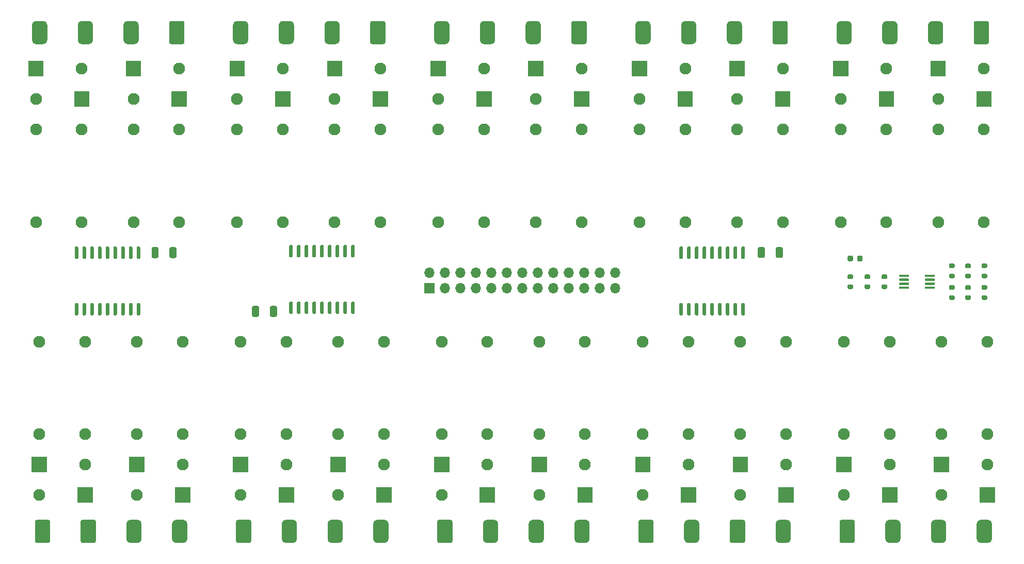
<source format=gbr>
%TF.GenerationSoftware,KiCad,Pcbnew,(5.1.10)-1*%
%TF.CreationDate,2021-10-27T16:31:34+02:00*%
%TF.ProjectId,boneIO - relay board,626f6e65-494f-4202-9d20-72656c617920,rev?*%
%TF.SameCoordinates,Original*%
%TF.FileFunction,Soldermask,Top*%
%TF.FilePolarity,Negative*%
%FSLAX46Y46*%
G04 Gerber Fmt 4.6, Leading zero omitted, Abs format (unit mm)*
G04 Created by KiCad (PCBNEW (5.1.10)-1) date 2021-10-27 16:31:34*
%MOMM*%
%LPD*%
G01*
G04 APERTURE LIST*
%ADD10C,1.950000*%
%ADD11R,2.500000X2.500000*%
%ADD12O,1.700000X1.700000*%
%ADD13R,1.700000X1.700000*%
%ADD14C,0.100000*%
G04 APERTURE END LIST*
%TO.C,C4*%
G36*
G01*
X316520000Y-310548001D02*
X316520000Y-309247999D01*
G75*
G02*
X316769999Y-308998000I249999J0D01*
G01*
X317420001Y-308998000D01*
G75*
G02*
X317670000Y-309247999I0J-249999D01*
G01*
X317670000Y-310548001D01*
G75*
G02*
X317420001Y-310798000I-249999J0D01*
G01*
X316769999Y-310798000D01*
G75*
G02*
X316520000Y-310548001I0J249999D01*
G01*
G37*
G36*
G01*
X313570000Y-310548001D02*
X313570000Y-309247999D01*
G75*
G02*
X313819999Y-308998000I249999J0D01*
G01*
X314470001Y-308998000D01*
G75*
G02*
X314720000Y-309247999I0J-249999D01*
G01*
X314720000Y-310548001D01*
G75*
G02*
X314470001Y-310798000I-249999J0D01*
G01*
X313819999Y-310798000D01*
G75*
G02*
X313570000Y-310548001I0J249999D01*
G01*
G37*
%TD*%
%TO.C,C3*%
G36*
G01*
X415980000Y-310538001D02*
X415980000Y-309237999D01*
G75*
G02*
X416229999Y-308988000I249999J0D01*
G01*
X416880001Y-308988000D01*
G75*
G02*
X417130000Y-309237999I0J-249999D01*
G01*
X417130000Y-310538001D01*
G75*
G02*
X416880001Y-310788000I-249999J0D01*
G01*
X416229999Y-310788000D01*
G75*
G02*
X415980000Y-310538001I0J249999D01*
G01*
G37*
G36*
G01*
X413030000Y-310538001D02*
X413030000Y-309237999D01*
G75*
G02*
X413279999Y-308988000I249999J0D01*
G01*
X413930001Y-308988000D01*
G75*
G02*
X414180000Y-309237999I0J-249999D01*
G01*
X414180000Y-310538001D01*
G75*
G02*
X413930001Y-310788000I-249999J0D01*
G01*
X413279999Y-310788000D01*
G75*
G02*
X413030000Y-310538001I0J249999D01*
G01*
G37*
%TD*%
%TO.C,C2*%
G36*
G01*
X331205000Y-318897999D02*
X331205000Y-320198001D01*
G75*
G02*
X330955001Y-320448000I-249999J0D01*
G01*
X330304999Y-320448000D01*
G75*
G02*
X330055000Y-320198001I0J249999D01*
G01*
X330055000Y-318897999D01*
G75*
G02*
X330304999Y-318648000I249999J0D01*
G01*
X330955001Y-318648000D01*
G75*
G02*
X331205000Y-318897999I0J-249999D01*
G01*
G37*
G36*
G01*
X334155000Y-318897999D02*
X334155000Y-320198001D01*
G75*
G02*
X333905001Y-320448000I-249999J0D01*
G01*
X333254999Y-320448000D01*
G75*
G02*
X333005000Y-320198001I0J249999D01*
G01*
X333005000Y-318897999D01*
G75*
G02*
X333254999Y-318648000I249999J0D01*
G01*
X333905001Y-318648000D01*
G75*
G02*
X334155000Y-318897999I0J-249999D01*
G01*
G37*
%TD*%
%TO.C,C1*%
G36*
G01*
X429305000Y-311118000D02*
X429305000Y-310618000D01*
G75*
G02*
X429530000Y-310393000I225000J0D01*
G01*
X429980000Y-310393000D01*
G75*
G02*
X430205000Y-310618000I0J-225000D01*
G01*
X430205000Y-311118000D01*
G75*
G02*
X429980000Y-311343000I-225000J0D01*
G01*
X429530000Y-311343000D01*
G75*
G02*
X429305000Y-311118000I0J225000D01*
G01*
G37*
G36*
G01*
X427755000Y-311118000D02*
X427755000Y-310618000D01*
G75*
G02*
X427980000Y-310393000I225000J0D01*
G01*
X428430000Y-310393000D01*
G75*
G02*
X428655000Y-310618000I0J-225000D01*
G01*
X428655000Y-311118000D01*
G75*
G02*
X428430000Y-311343000I-225000J0D01*
G01*
X427980000Y-311343000D01*
G75*
G02*
X427755000Y-311118000I0J225000D01*
G01*
G37*
%TD*%
%TO.C,U1*%
G36*
G01*
X440443000Y-313808000D02*
X440443000Y-313608000D01*
G75*
G02*
X440543000Y-313508000I100000J0D01*
G01*
X441968000Y-313508000D01*
G75*
G02*
X442068000Y-313608000I0J-100000D01*
G01*
X442068000Y-313808000D01*
G75*
G02*
X441968000Y-313908000I-100000J0D01*
G01*
X440543000Y-313908000D01*
G75*
G02*
X440443000Y-313808000I0J100000D01*
G01*
G37*
G36*
G01*
X440443000Y-314458000D02*
X440443000Y-314258000D01*
G75*
G02*
X440543000Y-314158000I100000J0D01*
G01*
X441968000Y-314158000D01*
G75*
G02*
X442068000Y-314258000I0J-100000D01*
G01*
X442068000Y-314458000D01*
G75*
G02*
X441968000Y-314558000I-100000J0D01*
G01*
X440543000Y-314558000D01*
G75*
G02*
X440443000Y-314458000I0J100000D01*
G01*
G37*
G36*
G01*
X440443000Y-315108000D02*
X440443000Y-314908000D01*
G75*
G02*
X440543000Y-314808000I100000J0D01*
G01*
X441968000Y-314808000D01*
G75*
G02*
X442068000Y-314908000I0J-100000D01*
G01*
X442068000Y-315108000D01*
G75*
G02*
X441968000Y-315208000I-100000J0D01*
G01*
X440543000Y-315208000D01*
G75*
G02*
X440443000Y-315108000I0J100000D01*
G01*
G37*
G36*
G01*
X440443000Y-315758000D02*
X440443000Y-315558000D01*
G75*
G02*
X440543000Y-315458000I100000J0D01*
G01*
X441968000Y-315458000D01*
G75*
G02*
X442068000Y-315558000I0J-100000D01*
G01*
X442068000Y-315758000D01*
G75*
G02*
X441968000Y-315858000I-100000J0D01*
G01*
X440543000Y-315858000D01*
G75*
G02*
X440443000Y-315758000I0J100000D01*
G01*
G37*
G36*
G01*
X436218000Y-315758000D02*
X436218000Y-315558000D01*
G75*
G02*
X436318000Y-315458000I100000J0D01*
G01*
X437743000Y-315458000D01*
G75*
G02*
X437843000Y-315558000I0J-100000D01*
G01*
X437843000Y-315758000D01*
G75*
G02*
X437743000Y-315858000I-100000J0D01*
G01*
X436318000Y-315858000D01*
G75*
G02*
X436218000Y-315758000I0J100000D01*
G01*
G37*
G36*
G01*
X436218000Y-315108000D02*
X436218000Y-314908000D01*
G75*
G02*
X436318000Y-314808000I100000J0D01*
G01*
X437743000Y-314808000D01*
G75*
G02*
X437843000Y-314908000I0J-100000D01*
G01*
X437843000Y-315108000D01*
G75*
G02*
X437743000Y-315208000I-100000J0D01*
G01*
X436318000Y-315208000D01*
G75*
G02*
X436218000Y-315108000I0J100000D01*
G01*
G37*
G36*
G01*
X436218000Y-314458000D02*
X436218000Y-314258000D01*
G75*
G02*
X436318000Y-314158000I100000J0D01*
G01*
X437743000Y-314158000D01*
G75*
G02*
X437843000Y-314258000I0J-100000D01*
G01*
X437843000Y-314458000D01*
G75*
G02*
X437743000Y-314558000I-100000J0D01*
G01*
X436318000Y-314558000D01*
G75*
G02*
X436218000Y-314458000I0J100000D01*
G01*
G37*
G36*
G01*
X436218000Y-313808000D02*
X436218000Y-313608000D01*
G75*
G02*
X436318000Y-313508000I100000J0D01*
G01*
X437743000Y-313508000D01*
G75*
G02*
X437843000Y-313608000I0J-100000D01*
G01*
X437843000Y-313808000D01*
G75*
G02*
X437743000Y-313908000I-100000J0D01*
G01*
X436318000Y-313908000D01*
G75*
G02*
X436218000Y-313808000I0J100000D01*
G01*
G37*
%TD*%
%TO.C,R9*%
G36*
G01*
X427946000Y-315108000D02*
X428496000Y-315108000D01*
G75*
G02*
X428696000Y-315308000I0J-200000D01*
G01*
X428696000Y-315708000D01*
G75*
G02*
X428496000Y-315908000I-200000J0D01*
G01*
X427946000Y-315908000D01*
G75*
G02*
X427746000Y-315708000I0J200000D01*
G01*
X427746000Y-315308000D01*
G75*
G02*
X427946000Y-315108000I200000J0D01*
G01*
G37*
G36*
G01*
X427946000Y-313458000D02*
X428496000Y-313458000D01*
G75*
G02*
X428696000Y-313658000I0J-200000D01*
G01*
X428696000Y-314058000D01*
G75*
G02*
X428496000Y-314258000I-200000J0D01*
G01*
X427946000Y-314258000D01*
G75*
G02*
X427746000Y-314058000I0J200000D01*
G01*
X427746000Y-313658000D01*
G75*
G02*
X427946000Y-313458000I200000J0D01*
G01*
G37*
%TD*%
%TO.C,R8*%
G36*
G01*
X433534000Y-315108000D02*
X434084000Y-315108000D01*
G75*
G02*
X434284000Y-315308000I0J-200000D01*
G01*
X434284000Y-315708000D01*
G75*
G02*
X434084000Y-315908000I-200000J0D01*
G01*
X433534000Y-315908000D01*
G75*
G02*
X433334000Y-315708000I0J200000D01*
G01*
X433334000Y-315308000D01*
G75*
G02*
X433534000Y-315108000I200000J0D01*
G01*
G37*
G36*
G01*
X433534000Y-313458000D02*
X434084000Y-313458000D01*
G75*
G02*
X434284000Y-313658000I0J-200000D01*
G01*
X434284000Y-314058000D01*
G75*
G02*
X434084000Y-314258000I-200000J0D01*
G01*
X433534000Y-314258000D01*
G75*
G02*
X433334000Y-314058000I0J200000D01*
G01*
X433334000Y-313658000D01*
G75*
G02*
X433534000Y-313458000I200000J0D01*
G01*
G37*
%TD*%
%TO.C,R7*%
G36*
G01*
X430740000Y-315108000D02*
X431290000Y-315108000D01*
G75*
G02*
X431490000Y-315308000I0J-200000D01*
G01*
X431490000Y-315708000D01*
G75*
G02*
X431290000Y-315908000I-200000J0D01*
G01*
X430740000Y-315908000D01*
G75*
G02*
X430540000Y-315708000I0J200000D01*
G01*
X430540000Y-315308000D01*
G75*
G02*
X430740000Y-315108000I200000J0D01*
G01*
G37*
G36*
G01*
X430740000Y-313458000D02*
X431290000Y-313458000D01*
G75*
G02*
X431490000Y-313658000I0J-200000D01*
G01*
X431490000Y-314058000D01*
G75*
G02*
X431290000Y-314258000I-200000J0D01*
G01*
X430740000Y-314258000D01*
G75*
G02*
X430540000Y-314058000I0J200000D01*
G01*
X430540000Y-313658000D01*
G75*
G02*
X430740000Y-313458000I200000J0D01*
G01*
G37*
%TD*%
%TO.C,R6*%
G36*
G01*
X449917000Y-316886000D02*
X450467000Y-316886000D01*
G75*
G02*
X450667000Y-317086000I0J-200000D01*
G01*
X450667000Y-317486000D01*
G75*
G02*
X450467000Y-317686000I-200000J0D01*
G01*
X449917000Y-317686000D01*
G75*
G02*
X449717000Y-317486000I0J200000D01*
G01*
X449717000Y-317086000D01*
G75*
G02*
X449917000Y-316886000I200000J0D01*
G01*
G37*
G36*
G01*
X449917000Y-315236000D02*
X450467000Y-315236000D01*
G75*
G02*
X450667000Y-315436000I0J-200000D01*
G01*
X450667000Y-315836000D01*
G75*
G02*
X450467000Y-316036000I-200000J0D01*
G01*
X449917000Y-316036000D01*
G75*
G02*
X449717000Y-315836000I0J200000D01*
G01*
X449717000Y-315436000D01*
G75*
G02*
X449917000Y-315236000I200000J0D01*
G01*
G37*
%TD*%
%TO.C,R5*%
G36*
G01*
X449917000Y-313330000D02*
X450467000Y-313330000D01*
G75*
G02*
X450667000Y-313530000I0J-200000D01*
G01*
X450667000Y-313930000D01*
G75*
G02*
X450467000Y-314130000I-200000J0D01*
G01*
X449917000Y-314130000D01*
G75*
G02*
X449717000Y-313930000I0J200000D01*
G01*
X449717000Y-313530000D01*
G75*
G02*
X449917000Y-313330000I200000J0D01*
G01*
G37*
G36*
G01*
X449917000Y-311680000D02*
X450467000Y-311680000D01*
G75*
G02*
X450667000Y-311880000I0J-200000D01*
G01*
X450667000Y-312280000D01*
G75*
G02*
X450467000Y-312480000I-200000J0D01*
G01*
X449917000Y-312480000D01*
G75*
G02*
X449717000Y-312280000I0J200000D01*
G01*
X449717000Y-311880000D01*
G75*
G02*
X449917000Y-311680000I200000J0D01*
G01*
G37*
%TD*%
%TO.C,R4*%
G36*
G01*
X447250000Y-316886000D02*
X447800000Y-316886000D01*
G75*
G02*
X448000000Y-317086000I0J-200000D01*
G01*
X448000000Y-317486000D01*
G75*
G02*
X447800000Y-317686000I-200000J0D01*
G01*
X447250000Y-317686000D01*
G75*
G02*
X447050000Y-317486000I0J200000D01*
G01*
X447050000Y-317086000D01*
G75*
G02*
X447250000Y-316886000I200000J0D01*
G01*
G37*
G36*
G01*
X447250000Y-315236000D02*
X447800000Y-315236000D01*
G75*
G02*
X448000000Y-315436000I0J-200000D01*
G01*
X448000000Y-315836000D01*
G75*
G02*
X447800000Y-316036000I-200000J0D01*
G01*
X447250000Y-316036000D01*
G75*
G02*
X447050000Y-315836000I0J200000D01*
G01*
X447050000Y-315436000D01*
G75*
G02*
X447250000Y-315236000I200000J0D01*
G01*
G37*
%TD*%
%TO.C,R3*%
G36*
G01*
X447250000Y-313330000D02*
X447800000Y-313330000D01*
G75*
G02*
X448000000Y-313530000I0J-200000D01*
G01*
X448000000Y-313930000D01*
G75*
G02*
X447800000Y-314130000I-200000J0D01*
G01*
X447250000Y-314130000D01*
G75*
G02*
X447050000Y-313930000I0J200000D01*
G01*
X447050000Y-313530000D01*
G75*
G02*
X447250000Y-313330000I200000J0D01*
G01*
G37*
G36*
G01*
X447250000Y-311680000D02*
X447800000Y-311680000D01*
G75*
G02*
X448000000Y-311880000I0J-200000D01*
G01*
X448000000Y-312280000D01*
G75*
G02*
X447800000Y-312480000I-200000J0D01*
G01*
X447250000Y-312480000D01*
G75*
G02*
X447050000Y-312280000I0J200000D01*
G01*
X447050000Y-311880000D01*
G75*
G02*
X447250000Y-311680000I200000J0D01*
G01*
G37*
%TD*%
%TO.C,R2*%
G36*
G01*
X444583000Y-316886000D02*
X445133000Y-316886000D01*
G75*
G02*
X445333000Y-317086000I0J-200000D01*
G01*
X445333000Y-317486000D01*
G75*
G02*
X445133000Y-317686000I-200000J0D01*
G01*
X444583000Y-317686000D01*
G75*
G02*
X444383000Y-317486000I0J200000D01*
G01*
X444383000Y-317086000D01*
G75*
G02*
X444583000Y-316886000I200000J0D01*
G01*
G37*
G36*
G01*
X444583000Y-315236000D02*
X445133000Y-315236000D01*
G75*
G02*
X445333000Y-315436000I0J-200000D01*
G01*
X445333000Y-315836000D01*
G75*
G02*
X445133000Y-316036000I-200000J0D01*
G01*
X444583000Y-316036000D01*
G75*
G02*
X444383000Y-315836000I0J200000D01*
G01*
X444383000Y-315436000D01*
G75*
G02*
X444583000Y-315236000I200000J0D01*
G01*
G37*
%TD*%
%TO.C,R1*%
G36*
G01*
X444583000Y-313330000D02*
X445133000Y-313330000D01*
G75*
G02*
X445333000Y-313530000I0J-200000D01*
G01*
X445333000Y-313930000D01*
G75*
G02*
X445133000Y-314130000I-200000J0D01*
G01*
X444583000Y-314130000D01*
G75*
G02*
X444383000Y-313930000I0J200000D01*
G01*
X444383000Y-313530000D01*
G75*
G02*
X444583000Y-313330000I200000J0D01*
G01*
G37*
G36*
G01*
X444583000Y-311680000D02*
X445133000Y-311680000D01*
G75*
G02*
X445333000Y-311880000I0J-200000D01*
G01*
X445333000Y-312280000D01*
G75*
G02*
X445133000Y-312480000I-200000J0D01*
G01*
X444583000Y-312480000D01*
G75*
G02*
X444383000Y-312280000I0J200000D01*
G01*
X444383000Y-311880000D01*
G75*
G02*
X444583000Y-311680000I200000J0D01*
G01*
G37*
%TD*%
D10*
%TO.C,K1*%
X302665000Y-324508000D03*
X295165000Y-324508000D03*
D11*
X302665000Y-349708000D03*
D10*
X302665000Y-339708000D03*
X302665000Y-344708000D03*
X295165000Y-349708000D03*
X295165000Y-339708000D03*
D11*
X295165000Y-344708000D03*
%TD*%
D12*
%TO.C,J3*%
X389620000Y-313168000D03*
X389620000Y-315708000D03*
X387080000Y-313168000D03*
X387080000Y-315708000D03*
X384540000Y-313168000D03*
X384540000Y-315708000D03*
X382000000Y-313168000D03*
X382000000Y-315708000D03*
X379460000Y-313168000D03*
X379460000Y-315708000D03*
X376920000Y-313168000D03*
X376920000Y-315708000D03*
X374380000Y-313168000D03*
X374380000Y-315708000D03*
X371840000Y-313168000D03*
X371840000Y-315708000D03*
X369300000Y-313168000D03*
X369300000Y-315708000D03*
X366760000Y-313168000D03*
X366760000Y-315708000D03*
X364220000Y-313168000D03*
X364220000Y-315708000D03*
X361680000Y-313168000D03*
X361680000Y-315708000D03*
X359140000Y-313168000D03*
D13*
X359140000Y-315708000D03*
%TD*%
D10*
%TO.C,K2*%
X318665000Y-324508000D03*
X311165000Y-324508000D03*
D11*
X318665000Y-349708000D03*
D10*
X318665000Y-339708000D03*
X318665000Y-344708000D03*
X311165000Y-349708000D03*
X311165000Y-339708000D03*
D11*
X311165000Y-344708000D03*
%TD*%
D10*
%TO.C,K18*%
X409615000Y-304883000D03*
X417115000Y-304883000D03*
D14*
G36*
X410865000Y-278433000D02*
G01*
X410865000Y-280933000D01*
X408365000Y-280933000D01*
X408365000Y-278433000D01*
X410865000Y-278433000D01*
G37*
D10*
X409615000Y-289683000D03*
X409615000Y-284683000D03*
X417115000Y-279683000D03*
X417115000Y-289683000D03*
D14*
G36*
X418365000Y-283433000D02*
G01*
X418365000Y-285933000D01*
X415865000Y-285933000D01*
X415865000Y-283433000D01*
X418365000Y-283433000D01*
G37*
%TD*%
%TO.C,U4*%
G36*
G01*
X400610000Y-310933000D02*
X400310000Y-310933000D01*
G75*
G02*
X400160000Y-310783000I0J150000D01*
G01*
X400160000Y-309033000D01*
G75*
G02*
X400310000Y-308883000I150000J0D01*
G01*
X400610000Y-308883000D01*
G75*
G02*
X400760000Y-309033000I0J-150000D01*
G01*
X400760000Y-310783000D01*
G75*
G02*
X400610000Y-310933000I-150000J0D01*
G01*
G37*
G36*
G01*
X401880000Y-310933000D02*
X401580000Y-310933000D01*
G75*
G02*
X401430000Y-310783000I0J150000D01*
G01*
X401430000Y-309033000D01*
G75*
G02*
X401580000Y-308883000I150000J0D01*
G01*
X401880000Y-308883000D01*
G75*
G02*
X402030000Y-309033000I0J-150000D01*
G01*
X402030000Y-310783000D01*
G75*
G02*
X401880000Y-310933000I-150000J0D01*
G01*
G37*
G36*
G01*
X403150000Y-310933000D02*
X402850000Y-310933000D01*
G75*
G02*
X402700000Y-310783000I0J150000D01*
G01*
X402700000Y-309033000D01*
G75*
G02*
X402850000Y-308883000I150000J0D01*
G01*
X403150000Y-308883000D01*
G75*
G02*
X403300000Y-309033000I0J-150000D01*
G01*
X403300000Y-310783000D01*
G75*
G02*
X403150000Y-310933000I-150000J0D01*
G01*
G37*
G36*
G01*
X404420000Y-310933000D02*
X404120000Y-310933000D01*
G75*
G02*
X403970000Y-310783000I0J150000D01*
G01*
X403970000Y-309033000D01*
G75*
G02*
X404120000Y-308883000I150000J0D01*
G01*
X404420000Y-308883000D01*
G75*
G02*
X404570000Y-309033000I0J-150000D01*
G01*
X404570000Y-310783000D01*
G75*
G02*
X404420000Y-310933000I-150000J0D01*
G01*
G37*
G36*
G01*
X405690000Y-310933000D02*
X405390000Y-310933000D01*
G75*
G02*
X405240000Y-310783000I0J150000D01*
G01*
X405240000Y-309033000D01*
G75*
G02*
X405390000Y-308883000I150000J0D01*
G01*
X405690000Y-308883000D01*
G75*
G02*
X405840000Y-309033000I0J-150000D01*
G01*
X405840000Y-310783000D01*
G75*
G02*
X405690000Y-310933000I-150000J0D01*
G01*
G37*
G36*
G01*
X406960000Y-310933000D02*
X406660000Y-310933000D01*
G75*
G02*
X406510000Y-310783000I0J150000D01*
G01*
X406510000Y-309033000D01*
G75*
G02*
X406660000Y-308883000I150000J0D01*
G01*
X406960000Y-308883000D01*
G75*
G02*
X407110000Y-309033000I0J-150000D01*
G01*
X407110000Y-310783000D01*
G75*
G02*
X406960000Y-310933000I-150000J0D01*
G01*
G37*
G36*
G01*
X408230000Y-310933000D02*
X407930000Y-310933000D01*
G75*
G02*
X407780000Y-310783000I0J150000D01*
G01*
X407780000Y-309033000D01*
G75*
G02*
X407930000Y-308883000I150000J0D01*
G01*
X408230000Y-308883000D01*
G75*
G02*
X408380000Y-309033000I0J-150000D01*
G01*
X408380000Y-310783000D01*
G75*
G02*
X408230000Y-310933000I-150000J0D01*
G01*
G37*
G36*
G01*
X409500000Y-310933000D02*
X409200000Y-310933000D01*
G75*
G02*
X409050000Y-310783000I0J150000D01*
G01*
X409050000Y-309033000D01*
G75*
G02*
X409200000Y-308883000I150000J0D01*
G01*
X409500000Y-308883000D01*
G75*
G02*
X409650000Y-309033000I0J-150000D01*
G01*
X409650000Y-310783000D01*
G75*
G02*
X409500000Y-310933000I-150000J0D01*
G01*
G37*
G36*
G01*
X410770000Y-310933000D02*
X410470000Y-310933000D01*
G75*
G02*
X410320000Y-310783000I0J150000D01*
G01*
X410320000Y-309033000D01*
G75*
G02*
X410470000Y-308883000I150000J0D01*
G01*
X410770000Y-308883000D01*
G75*
G02*
X410920000Y-309033000I0J-150000D01*
G01*
X410920000Y-310783000D01*
G75*
G02*
X410770000Y-310933000I-150000J0D01*
G01*
G37*
G36*
G01*
X410770000Y-320233000D02*
X410470000Y-320233000D01*
G75*
G02*
X410320000Y-320083000I0J150000D01*
G01*
X410320000Y-318333000D01*
G75*
G02*
X410470000Y-318183000I150000J0D01*
G01*
X410770000Y-318183000D01*
G75*
G02*
X410920000Y-318333000I0J-150000D01*
G01*
X410920000Y-320083000D01*
G75*
G02*
X410770000Y-320233000I-150000J0D01*
G01*
G37*
G36*
G01*
X409500000Y-320233000D02*
X409200000Y-320233000D01*
G75*
G02*
X409050000Y-320083000I0J150000D01*
G01*
X409050000Y-318333000D01*
G75*
G02*
X409200000Y-318183000I150000J0D01*
G01*
X409500000Y-318183000D01*
G75*
G02*
X409650000Y-318333000I0J-150000D01*
G01*
X409650000Y-320083000D01*
G75*
G02*
X409500000Y-320233000I-150000J0D01*
G01*
G37*
G36*
G01*
X408230000Y-320233000D02*
X407930000Y-320233000D01*
G75*
G02*
X407780000Y-320083000I0J150000D01*
G01*
X407780000Y-318333000D01*
G75*
G02*
X407930000Y-318183000I150000J0D01*
G01*
X408230000Y-318183000D01*
G75*
G02*
X408380000Y-318333000I0J-150000D01*
G01*
X408380000Y-320083000D01*
G75*
G02*
X408230000Y-320233000I-150000J0D01*
G01*
G37*
G36*
G01*
X406960000Y-320233000D02*
X406660000Y-320233000D01*
G75*
G02*
X406510000Y-320083000I0J150000D01*
G01*
X406510000Y-318333000D01*
G75*
G02*
X406660000Y-318183000I150000J0D01*
G01*
X406960000Y-318183000D01*
G75*
G02*
X407110000Y-318333000I0J-150000D01*
G01*
X407110000Y-320083000D01*
G75*
G02*
X406960000Y-320233000I-150000J0D01*
G01*
G37*
G36*
G01*
X405690000Y-320233000D02*
X405390000Y-320233000D01*
G75*
G02*
X405240000Y-320083000I0J150000D01*
G01*
X405240000Y-318333000D01*
G75*
G02*
X405390000Y-318183000I150000J0D01*
G01*
X405690000Y-318183000D01*
G75*
G02*
X405840000Y-318333000I0J-150000D01*
G01*
X405840000Y-320083000D01*
G75*
G02*
X405690000Y-320233000I-150000J0D01*
G01*
G37*
G36*
G01*
X404420000Y-320233000D02*
X404120000Y-320233000D01*
G75*
G02*
X403970000Y-320083000I0J150000D01*
G01*
X403970000Y-318333000D01*
G75*
G02*
X404120000Y-318183000I150000J0D01*
G01*
X404420000Y-318183000D01*
G75*
G02*
X404570000Y-318333000I0J-150000D01*
G01*
X404570000Y-320083000D01*
G75*
G02*
X404420000Y-320233000I-150000J0D01*
G01*
G37*
G36*
G01*
X403150000Y-320233000D02*
X402850000Y-320233000D01*
G75*
G02*
X402700000Y-320083000I0J150000D01*
G01*
X402700000Y-318333000D01*
G75*
G02*
X402850000Y-318183000I150000J0D01*
G01*
X403150000Y-318183000D01*
G75*
G02*
X403300000Y-318333000I0J-150000D01*
G01*
X403300000Y-320083000D01*
G75*
G02*
X403150000Y-320233000I-150000J0D01*
G01*
G37*
G36*
G01*
X401880000Y-320233000D02*
X401580000Y-320233000D01*
G75*
G02*
X401430000Y-320083000I0J150000D01*
G01*
X401430000Y-318333000D01*
G75*
G02*
X401580000Y-318183000I150000J0D01*
G01*
X401880000Y-318183000D01*
G75*
G02*
X402030000Y-318333000I0J-150000D01*
G01*
X402030000Y-320083000D01*
G75*
G02*
X401880000Y-320233000I-150000J0D01*
G01*
G37*
G36*
G01*
X400610000Y-320233000D02*
X400310000Y-320233000D01*
G75*
G02*
X400160000Y-320083000I0J150000D01*
G01*
X400160000Y-318333000D01*
G75*
G02*
X400310000Y-318183000I150000J0D01*
G01*
X400610000Y-318183000D01*
G75*
G02*
X400760000Y-318333000I0J-150000D01*
G01*
X400760000Y-320083000D01*
G75*
G02*
X400610000Y-320233000I-150000J0D01*
G01*
G37*
%TD*%
%TO.C,U3*%
G36*
G01*
X346470000Y-317933000D02*
X346770000Y-317933000D01*
G75*
G02*
X346920000Y-318083000I0J-150000D01*
G01*
X346920000Y-319833000D01*
G75*
G02*
X346770000Y-319983000I-150000J0D01*
G01*
X346470000Y-319983000D01*
G75*
G02*
X346320000Y-319833000I0J150000D01*
G01*
X346320000Y-318083000D01*
G75*
G02*
X346470000Y-317933000I150000J0D01*
G01*
G37*
G36*
G01*
X345200000Y-317933000D02*
X345500000Y-317933000D01*
G75*
G02*
X345650000Y-318083000I0J-150000D01*
G01*
X345650000Y-319833000D01*
G75*
G02*
X345500000Y-319983000I-150000J0D01*
G01*
X345200000Y-319983000D01*
G75*
G02*
X345050000Y-319833000I0J150000D01*
G01*
X345050000Y-318083000D01*
G75*
G02*
X345200000Y-317933000I150000J0D01*
G01*
G37*
G36*
G01*
X343930000Y-317933000D02*
X344230000Y-317933000D01*
G75*
G02*
X344380000Y-318083000I0J-150000D01*
G01*
X344380000Y-319833000D01*
G75*
G02*
X344230000Y-319983000I-150000J0D01*
G01*
X343930000Y-319983000D01*
G75*
G02*
X343780000Y-319833000I0J150000D01*
G01*
X343780000Y-318083000D01*
G75*
G02*
X343930000Y-317933000I150000J0D01*
G01*
G37*
G36*
G01*
X342660000Y-317933000D02*
X342960000Y-317933000D01*
G75*
G02*
X343110000Y-318083000I0J-150000D01*
G01*
X343110000Y-319833000D01*
G75*
G02*
X342960000Y-319983000I-150000J0D01*
G01*
X342660000Y-319983000D01*
G75*
G02*
X342510000Y-319833000I0J150000D01*
G01*
X342510000Y-318083000D01*
G75*
G02*
X342660000Y-317933000I150000J0D01*
G01*
G37*
G36*
G01*
X341390000Y-317933000D02*
X341690000Y-317933000D01*
G75*
G02*
X341840000Y-318083000I0J-150000D01*
G01*
X341840000Y-319833000D01*
G75*
G02*
X341690000Y-319983000I-150000J0D01*
G01*
X341390000Y-319983000D01*
G75*
G02*
X341240000Y-319833000I0J150000D01*
G01*
X341240000Y-318083000D01*
G75*
G02*
X341390000Y-317933000I150000J0D01*
G01*
G37*
G36*
G01*
X340120000Y-317933000D02*
X340420000Y-317933000D01*
G75*
G02*
X340570000Y-318083000I0J-150000D01*
G01*
X340570000Y-319833000D01*
G75*
G02*
X340420000Y-319983000I-150000J0D01*
G01*
X340120000Y-319983000D01*
G75*
G02*
X339970000Y-319833000I0J150000D01*
G01*
X339970000Y-318083000D01*
G75*
G02*
X340120000Y-317933000I150000J0D01*
G01*
G37*
G36*
G01*
X338850000Y-317933000D02*
X339150000Y-317933000D01*
G75*
G02*
X339300000Y-318083000I0J-150000D01*
G01*
X339300000Y-319833000D01*
G75*
G02*
X339150000Y-319983000I-150000J0D01*
G01*
X338850000Y-319983000D01*
G75*
G02*
X338700000Y-319833000I0J150000D01*
G01*
X338700000Y-318083000D01*
G75*
G02*
X338850000Y-317933000I150000J0D01*
G01*
G37*
G36*
G01*
X337580000Y-317933000D02*
X337880000Y-317933000D01*
G75*
G02*
X338030000Y-318083000I0J-150000D01*
G01*
X338030000Y-319833000D01*
G75*
G02*
X337880000Y-319983000I-150000J0D01*
G01*
X337580000Y-319983000D01*
G75*
G02*
X337430000Y-319833000I0J150000D01*
G01*
X337430000Y-318083000D01*
G75*
G02*
X337580000Y-317933000I150000J0D01*
G01*
G37*
G36*
G01*
X336310000Y-317933000D02*
X336610000Y-317933000D01*
G75*
G02*
X336760000Y-318083000I0J-150000D01*
G01*
X336760000Y-319833000D01*
G75*
G02*
X336610000Y-319983000I-150000J0D01*
G01*
X336310000Y-319983000D01*
G75*
G02*
X336160000Y-319833000I0J150000D01*
G01*
X336160000Y-318083000D01*
G75*
G02*
X336310000Y-317933000I150000J0D01*
G01*
G37*
G36*
G01*
X336310000Y-308633000D02*
X336610000Y-308633000D01*
G75*
G02*
X336760000Y-308783000I0J-150000D01*
G01*
X336760000Y-310533000D01*
G75*
G02*
X336610000Y-310683000I-150000J0D01*
G01*
X336310000Y-310683000D01*
G75*
G02*
X336160000Y-310533000I0J150000D01*
G01*
X336160000Y-308783000D01*
G75*
G02*
X336310000Y-308633000I150000J0D01*
G01*
G37*
G36*
G01*
X337580000Y-308633000D02*
X337880000Y-308633000D01*
G75*
G02*
X338030000Y-308783000I0J-150000D01*
G01*
X338030000Y-310533000D01*
G75*
G02*
X337880000Y-310683000I-150000J0D01*
G01*
X337580000Y-310683000D01*
G75*
G02*
X337430000Y-310533000I0J150000D01*
G01*
X337430000Y-308783000D01*
G75*
G02*
X337580000Y-308633000I150000J0D01*
G01*
G37*
G36*
G01*
X338850000Y-308633000D02*
X339150000Y-308633000D01*
G75*
G02*
X339300000Y-308783000I0J-150000D01*
G01*
X339300000Y-310533000D01*
G75*
G02*
X339150000Y-310683000I-150000J0D01*
G01*
X338850000Y-310683000D01*
G75*
G02*
X338700000Y-310533000I0J150000D01*
G01*
X338700000Y-308783000D01*
G75*
G02*
X338850000Y-308633000I150000J0D01*
G01*
G37*
G36*
G01*
X340120000Y-308633000D02*
X340420000Y-308633000D01*
G75*
G02*
X340570000Y-308783000I0J-150000D01*
G01*
X340570000Y-310533000D01*
G75*
G02*
X340420000Y-310683000I-150000J0D01*
G01*
X340120000Y-310683000D01*
G75*
G02*
X339970000Y-310533000I0J150000D01*
G01*
X339970000Y-308783000D01*
G75*
G02*
X340120000Y-308633000I150000J0D01*
G01*
G37*
G36*
G01*
X341390000Y-308633000D02*
X341690000Y-308633000D01*
G75*
G02*
X341840000Y-308783000I0J-150000D01*
G01*
X341840000Y-310533000D01*
G75*
G02*
X341690000Y-310683000I-150000J0D01*
G01*
X341390000Y-310683000D01*
G75*
G02*
X341240000Y-310533000I0J150000D01*
G01*
X341240000Y-308783000D01*
G75*
G02*
X341390000Y-308633000I150000J0D01*
G01*
G37*
G36*
G01*
X342660000Y-308633000D02*
X342960000Y-308633000D01*
G75*
G02*
X343110000Y-308783000I0J-150000D01*
G01*
X343110000Y-310533000D01*
G75*
G02*
X342960000Y-310683000I-150000J0D01*
G01*
X342660000Y-310683000D01*
G75*
G02*
X342510000Y-310533000I0J150000D01*
G01*
X342510000Y-308783000D01*
G75*
G02*
X342660000Y-308633000I150000J0D01*
G01*
G37*
G36*
G01*
X343930000Y-308633000D02*
X344230000Y-308633000D01*
G75*
G02*
X344380000Y-308783000I0J-150000D01*
G01*
X344380000Y-310533000D01*
G75*
G02*
X344230000Y-310683000I-150000J0D01*
G01*
X343930000Y-310683000D01*
G75*
G02*
X343780000Y-310533000I0J150000D01*
G01*
X343780000Y-308783000D01*
G75*
G02*
X343930000Y-308633000I150000J0D01*
G01*
G37*
G36*
G01*
X345200000Y-308633000D02*
X345500000Y-308633000D01*
G75*
G02*
X345650000Y-308783000I0J-150000D01*
G01*
X345650000Y-310533000D01*
G75*
G02*
X345500000Y-310683000I-150000J0D01*
G01*
X345200000Y-310683000D01*
G75*
G02*
X345050000Y-310533000I0J150000D01*
G01*
X345050000Y-308783000D01*
G75*
G02*
X345200000Y-308633000I150000J0D01*
G01*
G37*
G36*
G01*
X346470000Y-308633000D02*
X346770000Y-308633000D01*
G75*
G02*
X346920000Y-308783000I0J-150000D01*
G01*
X346920000Y-310533000D01*
G75*
G02*
X346770000Y-310683000I-150000J0D01*
G01*
X346470000Y-310683000D01*
G75*
G02*
X346320000Y-310533000I0J150000D01*
G01*
X346320000Y-308783000D01*
G75*
G02*
X346470000Y-308633000I150000J0D01*
G01*
G37*
%TD*%
%TO.C,U2*%
G36*
G01*
X301410000Y-310933000D02*
X301110000Y-310933000D01*
G75*
G02*
X300960000Y-310783000I0J150000D01*
G01*
X300960000Y-309033000D01*
G75*
G02*
X301110000Y-308883000I150000J0D01*
G01*
X301410000Y-308883000D01*
G75*
G02*
X301560000Y-309033000I0J-150000D01*
G01*
X301560000Y-310783000D01*
G75*
G02*
X301410000Y-310933000I-150000J0D01*
G01*
G37*
G36*
G01*
X302680000Y-310933000D02*
X302380000Y-310933000D01*
G75*
G02*
X302230000Y-310783000I0J150000D01*
G01*
X302230000Y-309033000D01*
G75*
G02*
X302380000Y-308883000I150000J0D01*
G01*
X302680000Y-308883000D01*
G75*
G02*
X302830000Y-309033000I0J-150000D01*
G01*
X302830000Y-310783000D01*
G75*
G02*
X302680000Y-310933000I-150000J0D01*
G01*
G37*
G36*
G01*
X303950000Y-310933000D02*
X303650000Y-310933000D01*
G75*
G02*
X303500000Y-310783000I0J150000D01*
G01*
X303500000Y-309033000D01*
G75*
G02*
X303650000Y-308883000I150000J0D01*
G01*
X303950000Y-308883000D01*
G75*
G02*
X304100000Y-309033000I0J-150000D01*
G01*
X304100000Y-310783000D01*
G75*
G02*
X303950000Y-310933000I-150000J0D01*
G01*
G37*
G36*
G01*
X305220000Y-310933000D02*
X304920000Y-310933000D01*
G75*
G02*
X304770000Y-310783000I0J150000D01*
G01*
X304770000Y-309033000D01*
G75*
G02*
X304920000Y-308883000I150000J0D01*
G01*
X305220000Y-308883000D01*
G75*
G02*
X305370000Y-309033000I0J-150000D01*
G01*
X305370000Y-310783000D01*
G75*
G02*
X305220000Y-310933000I-150000J0D01*
G01*
G37*
G36*
G01*
X306490000Y-310933000D02*
X306190000Y-310933000D01*
G75*
G02*
X306040000Y-310783000I0J150000D01*
G01*
X306040000Y-309033000D01*
G75*
G02*
X306190000Y-308883000I150000J0D01*
G01*
X306490000Y-308883000D01*
G75*
G02*
X306640000Y-309033000I0J-150000D01*
G01*
X306640000Y-310783000D01*
G75*
G02*
X306490000Y-310933000I-150000J0D01*
G01*
G37*
G36*
G01*
X307760000Y-310933000D02*
X307460000Y-310933000D01*
G75*
G02*
X307310000Y-310783000I0J150000D01*
G01*
X307310000Y-309033000D01*
G75*
G02*
X307460000Y-308883000I150000J0D01*
G01*
X307760000Y-308883000D01*
G75*
G02*
X307910000Y-309033000I0J-150000D01*
G01*
X307910000Y-310783000D01*
G75*
G02*
X307760000Y-310933000I-150000J0D01*
G01*
G37*
G36*
G01*
X309030000Y-310933000D02*
X308730000Y-310933000D01*
G75*
G02*
X308580000Y-310783000I0J150000D01*
G01*
X308580000Y-309033000D01*
G75*
G02*
X308730000Y-308883000I150000J0D01*
G01*
X309030000Y-308883000D01*
G75*
G02*
X309180000Y-309033000I0J-150000D01*
G01*
X309180000Y-310783000D01*
G75*
G02*
X309030000Y-310933000I-150000J0D01*
G01*
G37*
G36*
G01*
X310300000Y-310933000D02*
X310000000Y-310933000D01*
G75*
G02*
X309850000Y-310783000I0J150000D01*
G01*
X309850000Y-309033000D01*
G75*
G02*
X310000000Y-308883000I150000J0D01*
G01*
X310300000Y-308883000D01*
G75*
G02*
X310450000Y-309033000I0J-150000D01*
G01*
X310450000Y-310783000D01*
G75*
G02*
X310300000Y-310933000I-150000J0D01*
G01*
G37*
G36*
G01*
X311570000Y-310933000D02*
X311270000Y-310933000D01*
G75*
G02*
X311120000Y-310783000I0J150000D01*
G01*
X311120000Y-309033000D01*
G75*
G02*
X311270000Y-308883000I150000J0D01*
G01*
X311570000Y-308883000D01*
G75*
G02*
X311720000Y-309033000I0J-150000D01*
G01*
X311720000Y-310783000D01*
G75*
G02*
X311570000Y-310933000I-150000J0D01*
G01*
G37*
G36*
G01*
X311570000Y-320233000D02*
X311270000Y-320233000D01*
G75*
G02*
X311120000Y-320083000I0J150000D01*
G01*
X311120000Y-318333000D01*
G75*
G02*
X311270000Y-318183000I150000J0D01*
G01*
X311570000Y-318183000D01*
G75*
G02*
X311720000Y-318333000I0J-150000D01*
G01*
X311720000Y-320083000D01*
G75*
G02*
X311570000Y-320233000I-150000J0D01*
G01*
G37*
G36*
G01*
X310300000Y-320233000D02*
X310000000Y-320233000D01*
G75*
G02*
X309850000Y-320083000I0J150000D01*
G01*
X309850000Y-318333000D01*
G75*
G02*
X310000000Y-318183000I150000J0D01*
G01*
X310300000Y-318183000D01*
G75*
G02*
X310450000Y-318333000I0J-150000D01*
G01*
X310450000Y-320083000D01*
G75*
G02*
X310300000Y-320233000I-150000J0D01*
G01*
G37*
G36*
G01*
X309030000Y-320233000D02*
X308730000Y-320233000D01*
G75*
G02*
X308580000Y-320083000I0J150000D01*
G01*
X308580000Y-318333000D01*
G75*
G02*
X308730000Y-318183000I150000J0D01*
G01*
X309030000Y-318183000D01*
G75*
G02*
X309180000Y-318333000I0J-150000D01*
G01*
X309180000Y-320083000D01*
G75*
G02*
X309030000Y-320233000I-150000J0D01*
G01*
G37*
G36*
G01*
X307760000Y-320233000D02*
X307460000Y-320233000D01*
G75*
G02*
X307310000Y-320083000I0J150000D01*
G01*
X307310000Y-318333000D01*
G75*
G02*
X307460000Y-318183000I150000J0D01*
G01*
X307760000Y-318183000D01*
G75*
G02*
X307910000Y-318333000I0J-150000D01*
G01*
X307910000Y-320083000D01*
G75*
G02*
X307760000Y-320233000I-150000J0D01*
G01*
G37*
G36*
G01*
X306490000Y-320233000D02*
X306190000Y-320233000D01*
G75*
G02*
X306040000Y-320083000I0J150000D01*
G01*
X306040000Y-318333000D01*
G75*
G02*
X306190000Y-318183000I150000J0D01*
G01*
X306490000Y-318183000D01*
G75*
G02*
X306640000Y-318333000I0J-150000D01*
G01*
X306640000Y-320083000D01*
G75*
G02*
X306490000Y-320233000I-150000J0D01*
G01*
G37*
G36*
G01*
X305220000Y-320233000D02*
X304920000Y-320233000D01*
G75*
G02*
X304770000Y-320083000I0J150000D01*
G01*
X304770000Y-318333000D01*
G75*
G02*
X304920000Y-318183000I150000J0D01*
G01*
X305220000Y-318183000D01*
G75*
G02*
X305370000Y-318333000I0J-150000D01*
G01*
X305370000Y-320083000D01*
G75*
G02*
X305220000Y-320233000I-150000J0D01*
G01*
G37*
G36*
G01*
X303950000Y-320233000D02*
X303650000Y-320233000D01*
G75*
G02*
X303500000Y-320083000I0J150000D01*
G01*
X303500000Y-318333000D01*
G75*
G02*
X303650000Y-318183000I150000J0D01*
G01*
X303950000Y-318183000D01*
G75*
G02*
X304100000Y-318333000I0J-150000D01*
G01*
X304100000Y-320083000D01*
G75*
G02*
X303950000Y-320233000I-150000J0D01*
G01*
G37*
G36*
G01*
X302680000Y-320233000D02*
X302380000Y-320233000D01*
G75*
G02*
X302230000Y-320083000I0J150000D01*
G01*
X302230000Y-318333000D01*
G75*
G02*
X302380000Y-318183000I150000J0D01*
G01*
X302680000Y-318183000D01*
G75*
G02*
X302830000Y-318333000I0J-150000D01*
G01*
X302830000Y-320083000D01*
G75*
G02*
X302680000Y-320233000I-150000J0D01*
G01*
G37*
G36*
G01*
X301410000Y-320233000D02*
X301110000Y-320233000D01*
G75*
G02*
X300960000Y-320083000I0J150000D01*
G01*
X300960000Y-318333000D01*
G75*
G02*
X301110000Y-318183000I150000J0D01*
G01*
X301410000Y-318183000D01*
G75*
G02*
X301560000Y-318333000I0J-150000D01*
G01*
X301560000Y-320083000D01*
G75*
G02*
X301410000Y-320233000I-150000J0D01*
G01*
G37*
%TD*%
D10*
%TO.C,K20*%
X442615000Y-304883000D03*
X450115000Y-304883000D03*
D14*
G36*
X443865000Y-278433000D02*
G01*
X443865000Y-280933000D01*
X441365000Y-280933000D01*
X441365000Y-278433000D01*
X443865000Y-278433000D01*
G37*
D10*
X442615000Y-289683000D03*
X442615000Y-284683000D03*
X450115000Y-279683000D03*
X450115000Y-289683000D03*
D14*
G36*
X451365000Y-283433000D02*
G01*
X451365000Y-285933000D01*
X448865000Y-285933000D01*
X448865000Y-283433000D01*
X451365000Y-283433000D01*
G37*
%TD*%
D10*
%TO.C,K19*%
X426615000Y-304883000D03*
X434115000Y-304883000D03*
D14*
G36*
X427865000Y-278433000D02*
G01*
X427865000Y-280933000D01*
X425365000Y-280933000D01*
X425365000Y-278433000D01*
X427865000Y-278433000D01*
G37*
D10*
X426615000Y-289683000D03*
X426615000Y-284683000D03*
X434115000Y-279683000D03*
X434115000Y-289683000D03*
D14*
G36*
X435365000Y-283433000D02*
G01*
X435365000Y-285933000D01*
X432865000Y-285933000D01*
X432865000Y-283433000D01*
X435365000Y-283433000D01*
G37*
%TD*%
D10*
%TO.C,K17*%
X393615000Y-304883000D03*
X401115000Y-304883000D03*
D14*
G36*
X394865000Y-278433000D02*
G01*
X394865000Y-280933000D01*
X392365000Y-280933000D01*
X392365000Y-278433000D01*
X394865000Y-278433000D01*
G37*
D10*
X393615000Y-289683000D03*
X393615000Y-284683000D03*
X401115000Y-279683000D03*
X401115000Y-289683000D03*
D14*
G36*
X402365000Y-283433000D02*
G01*
X402365000Y-285933000D01*
X399865000Y-285933000D01*
X399865000Y-283433000D01*
X402365000Y-283433000D01*
G37*
%TD*%
D10*
%TO.C,K13*%
X376615000Y-304883000D03*
X384115000Y-304883000D03*
D14*
G36*
X377865000Y-278433000D02*
G01*
X377865000Y-280933000D01*
X375365000Y-280933000D01*
X375365000Y-278433000D01*
X377865000Y-278433000D01*
G37*
D10*
X376615000Y-289683000D03*
X376615000Y-284683000D03*
X384115000Y-279683000D03*
X384115000Y-289683000D03*
D14*
G36*
X385365000Y-283433000D02*
G01*
X385365000Y-285933000D01*
X382865000Y-285933000D01*
X382865000Y-283433000D01*
X385365000Y-283433000D01*
G37*
%TD*%
D10*
%TO.C,K14*%
X360615000Y-304883000D03*
X368115000Y-304883000D03*
D14*
G36*
X361865000Y-278433000D02*
G01*
X361865000Y-280933000D01*
X359365000Y-280933000D01*
X359365000Y-278433000D01*
X361865000Y-278433000D01*
G37*
D10*
X360615000Y-289683000D03*
X360615000Y-284683000D03*
X368115000Y-279683000D03*
X368115000Y-289683000D03*
D14*
G36*
X369365000Y-283433000D02*
G01*
X369365000Y-285933000D01*
X366865000Y-285933000D01*
X366865000Y-283433000D01*
X369365000Y-283433000D01*
G37*
%TD*%
D10*
%TO.C,K15*%
X343615000Y-304883000D03*
X351115000Y-304883000D03*
D14*
G36*
X344865000Y-278433000D02*
G01*
X344865000Y-280933000D01*
X342365000Y-280933000D01*
X342365000Y-278433000D01*
X344865000Y-278433000D01*
G37*
D10*
X343615000Y-289683000D03*
X343615000Y-284683000D03*
X351115000Y-279683000D03*
X351115000Y-289683000D03*
D14*
G36*
X352365000Y-283433000D02*
G01*
X352365000Y-285933000D01*
X349865000Y-285933000D01*
X349865000Y-283433000D01*
X352365000Y-283433000D01*
G37*
%TD*%
D10*
%TO.C,K16*%
X327615000Y-304883000D03*
X335115000Y-304883000D03*
D14*
G36*
X328865000Y-278433000D02*
G01*
X328865000Y-280933000D01*
X326365000Y-280933000D01*
X326365000Y-278433000D01*
X328865000Y-278433000D01*
G37*
D10*
X327615000Y-289683000D03*
X327615000Y-284683000D03*
X335115000Y-279683000D03*
X335115000Y-289683000D03*
D14*
G36*
X336365000Y-283433000D02*
G01*
X336365000Y-285933000D01*
X333865000Y-285933000D01*
X333865000Y-283433000D01*
X336365000Y-283433000D01*
G37*
%TD*%
D10*
%TO.C,K12*%
X310615000Y-304883000D03*
X318115000Y-304883000D03*
D14*
G36*
X311865000Y-278433000D02*
G01*
X311865000Y-280933000D01*
X309365000Y-280933000D01*
X309365000Y-278433000D01*
X311865000Y-278433000D01*
G37*
D10*
X310615000Y-289683000D03*
X310615000Y-284683000D03*
X318115000Y-279683000D03*
X318115000Y-289683000D03*
D14*
G36*
X319365000Y-283433000D02*
G01*
X319365000Y-285933000D01*
X316865000Y-285933000D01*
X316865000Y-283433000D01*
X319365000Y-283433000D01*
G37*
%TD*%
D10*
%TO.C,K11*%
X294615000Y-304883000D03*
X302115000Y-304883000D03*
D14*
G36*
X295865000Y-278433000D02*
G01*
X295865000Y-280933000D01*
X293365000Y-280933000D01*
X293365000Y-278433000D01*
X295865000Y-278433000D01*
G37*
D10*
X294615000Y-289683000D03*
X294615000Y-284683000D03*
X302115000Y-279683000D03*
X302115000Y-289683000D03*
D14*
G36*
X303365000Y-283433000D02*
G01*
X303365000Y-285933000D01*
X300865000Y-285933000D01*
X300865000Y-283433000D01*
X303365000Y-283433000D01*
G37*
%TD*%
D10*
%TO.C,K10*%
X450665000Y-324508000D03*
X443165000Y-324508000D03*
D11*
X450665000Y-349708000D03*
D10*
X450665000Y-339708000D03*
X450665000Y-344708000D03*
X443165000Y-349708000D03*
X443165000Y-339708000D03*
D11*
X443165000Y-344708000D03*
%TD*%
D10*
%TO.C,K9*%
X434665000Y-324508000D03*
X427165000Y-324508000D03*
D14*
G36*
X433415000Y-350958000D02*
G01*
X433415000Y-348458000D01*
X435915000Y-348458000D01*
X435915000Y-350958000D01*
X433415000Y-350958000D01*
G37*
D10*
X434665000Y-339708000D03*
X434665000Y-344708000D03*
X427165000Y-349708000D03*
X427165000Y-339708000D03*
D14*
G36*
X425915000Y-345958000D02*
G01*
X425915000Y-343458000D01*
X428415000Y-343458000D01*
X428415000Y-345958000D01*
X425915000Y-345958000D01*
G37*
%TD*%
D10*
%TO.C,K8*%
X417665000Y-324508000D03*
X410165000Y-324508000D03*
D14*
G36*
X416415000Y-350958000D02*
G01*
X416415000Y-348458000D01*
X418915000Y-348458000D01*
X418915000Y-350958000D01*
X416415000Y-350958000D01*
G37*
D10*
X417665000Y-339708000D03*
X417665000Y-344708000D03*
X410165000Y-349708000D03*
X410165000Y-339708000D03*
D14*
G36*
X408915000Y-345958000D02*
G01*
X408915000Y-343458000D01*
X411415000Y-343458000D01*
X411415000Y-345958000D01*
X408915000Y-345958000D01*
G37*
%TD*%
D10*
%TO.C,K7*%
X401665000Y-324508000D03*
X394165000Y-324508000D03*
D14*
G36*
X400415000Y-350958000D02*
G01*
X400415000Y-348458000D01*
X402915000Y-348458000D01*
X402915000Y-350958000D01*
X400415000Y-350958000D01*
G37*
D10*
X401665000Y-339708000D03*
X401665000Y-344708000D03*
X394165000Y-349708000D03*
X394165000Y-339708000D03*
D14*
G36*
X392915000Y-345958000D02*
G01*
X392915000Y-343458000D01*
X395415000Y-343458000D01*
X395415000Y-345958000D01*
X392915000Y-345958000D01*
G37*
%TD*%
D10*
%TO.C,K6*%
X384665000Y-324508000D03*
X377165000Y-324508000D03*
D14*
G36*
X383415000Y-350958000D02*
G01*
X383415000Y-348458000D01*
X385915000Y-348458000D01*
X385915000Y-350958000D01*
X383415000Y-350958000D01*
G37*
D10*
X384665000Y-339708000D03*
X384665000Y-344708000D03*
X377165000Y-349708000D03*
X377165000Y-339708000D03*
D11*
X377165000Y-344708000D03*
%TD*%
D10*
%TO.C,K5*%
X368665000Y-324508000D03*
X361165000Y-324508000D03*
D11*
X368665000Y-349708000D03*
D10*
X368665000Y-339708000D03*
X368665000Y-344708000D03*
X361165000Y-349708000D03*
X361165000Y-339708000D03*
D11*
X361165000Y-344708000D03*
%TD*%
D10*
%TO.C,K4*%
X351665000Y-324508000D03*
X344165000Y-324508000D03*
D11*
X351665000Y-349708000D03*
D10*
X351665000Y-339708000D03*
X351665000Y-344708000D03*
X344165000Y-349708000D03*
X344165000Y-339708000D03*
D11*
X344165000Y-344708000D03*
%TD*%
D10*
%TO.C,K3*%
X335665000Y-324508000D03*
X328165000Y-324508000D03*
D11*
X335665000Y-349708000D03*
D10*
X335665000Y-339708000D03*
X335665000Y-344708000D03*
X328165000Y-349708000D03*
X328165000Y-339708000D03*
D11*
X328165000Y-344708000D03*
%TD*%
%TO.C,J1*%
G36*
G01*
X316940000Y-356958000D02*
X316940000Y-354408000D01*
G75*
G02*
X317565000Y-353783000I625000J0D01*
G01*
X318815000Y-353783000D01*
G75*
G02*
X319440000Y-354408000I0J-625000D01*
G01*
X319440000Y-356958000D01*
G75*
G02*
X318815000Y-357583000I-625000J0D01*
G01*
X317565000Y-357583000D01*
G75*
G02*
X316940000Y-356958000I0J625000D01*
G01*
G37*
G36*
G01*
X309440000Y-356958000D02*
X309440000Y-354408000D01*
G75*
G02*
X310065000Y-353783000I625000J0D01*
G01*
X311315000Y-353783000D01*
G75*
G02*
X311940000Y-354408000I0J-625000D01*
G01*
X311940000Y-356958000D01*
G75*
G02*
X311315000Y-357583000I-625000J0D01*
G01*
X310065000Y-357583000D01*
G75*
G02*
X309440000Y-356958000I0J625000D01*
G01*
G37*
G36*
G01*
X301940000Y-357270500D02*
X301940000Y-354095500D01*
G75*
G02*
X302252500Y-353783000I312500J0D01*
G01*
X304127500Y-353783000D01*
G75*
G02*
X304440000Y-354095500I0J-312500D01*
G01*
X304440000Y-357270500D01*
G75*
G02*
X304127500Y-357583000I-312500J0D01*
G01*
X302252500Y-357583000D01*
G75*
G02*
X301940000Y-357270500I0J312500D01*
G01*
G37*
G36*
G01*
X294440000Y-357270500D02*
X294440000Y-354095500D01*
G75*
G02*
X294752500Y-353783000I312500J0D01*
G01*
X296627500Y-353783000D01*
G75*
G02*
X296940000Y-354095500I0J-312500D01*
G01*
X296940000Y-357270500D01*
G75*
G02*
X296627500Y-357583000I-312500J0D01*
G01*
X294752500Y-357583000D01*
G75*
G02*
X294440000Y-357270500I0J312500D01*
G01*
G37*
%TD*%
%TO.C,J11*%
G36*
G01*
X428440000Y-272508000D02*
X428440000Y-275058000D01*
G75*
G02*
X427815000Y-275683000I-625000J0D01*
G01*
X426565000Y-275683000D01*
G75*
G02*
X425940000Y-275058000I0J625000D01*
G01*
X425940000Y-272508000D01*
G75*
G02*
X426565000Y-271883000I625000J0D01*
G01*
X427815000Y-271883000D01*
G75*
G02*
X428440000Y-272508000I0J-625000D01*
G01*
G37*
G36*
G01*
X435940000Y-272508000D02*
X435940000Y-275058000D01*
G75*
G02*
X435315000Y-275683000I-625000J0D01*
G01*
X434065000Y-275683000D01*
G75*
G02*
X433440000Y-275058000I0J625000D01*
G01*
X433440000Y-272508000D01*
G75*
G02*
X434065000Y-271883000I625000J0D01*
G01*
X435315000Y-271883000D01*
G75*
G02*
X435940000Y-272508000I0J-625000D01*
G01*
G37*
G36*
G01*
X443440000Y-272508000D02*
X443440000Y-275058000D01*
G75*
G02*
X442815000Y-275683000I-625000J0D01*
G01*
X441565000Y-275683000D01*
G75*
G02*
X440940000Y-275058000I0J625000D01*
G01*
X440940000Y-272508000D01*
G75*
G02*
X441565000Y-271883000I625000J0D01*
G01*
X442815000Y-271883000D01*
G75*
G02*
X443440000Y-272508000I0J-625000D01*
G01*
G37*
G36*
G01*
X450940000Y-272195500D02*
X450940000Y-275370500D01*
G75*
G02*
X450627500Y-275683000I-312500J0D01*
G01*
X448752500Y-275683000D01*
G75*
G02*
X448440000Y-275370500I0J312500D01*
G01*
X448440000Y-272195500D01*
G75*
G02*
X448752500Y-271883000I312500J0D01*
G01*
X450627500Y-271883000D01*
G75*
G02*
X450940000Y-272195500I0J-312500D01*
G01*
G37*
%TD*%
%TO.C,J10*%
G36*
G01*
X395440000Y-272483000D02*
X395440000Y-275033000D01*
G75*
G02*
X394815000Y-275658000I-625000J0D01*
G01*
X393565000Y-275658000D01*
G75*
G02*
X392940000Y-275033000I0J625000D01*
G01*
X392940000Y-272483000D01*
G75*
G02*
X393565000Y-271858000I625000J0D01*
G01*
X394815000Y-271858000D01*
G75*
G02*
X395440000Y-272483000I0J-625000D01*
G01*
G37*
G36*
G01*
X402940000Y-272483000D02*
X402940000Y-275033000D01*
G75*
G02*
X402315000Y-275658000I-625000J0D01*
G01*
X401065000Y-275658000D01*
G75*
G02*
X400440000Y-275033000I0J625000D01*
G01*
X400440000Y-272483000D01*
G75*
G02*
X401065000Y-271858000I625000J0D01*
G01*
X402315000Y-271858000D01*
G75*
G02*
X402940000Y-272483000I0J-625000D01*
G01*
G37*
G36*
G01*
X410440000Y-272483000D02*
X410440000Y-275033000D01*
G75*
G02*
X409815000Y-275658000I-625000J0D01*
G01*
X408565000Y-275658000D01*
G75*
G02*
X407940000Y-275033000I0J625000D01*
G01*
X407940000Y-272483000D01*
G75*
G02*
X408565000Y-271858000I625000J0D01*
G01*
X409815000Y-271858000D01*
G75*
G02*
X410440000Y-272483000I0J-625000D01*
G01*
G37*
G36*
G01*
X417940000Y-272170500D02*
X417940000Y-275345500D01*
G75*
G02*
X417627500Y-275658000I-312500J0D01*
G01*
X415752500Y-275658000D01*
G75*
G02*
X415440000Y-275345500I0J312500D01*
G01*
X415440000Y-272170500D01*
G75*
G02*
X415752500Y-271858000I312500J0D01*
G01*
X417627500Y-271858000D01*
G75*
G02*
X417940000Y-272170500I0J-312500D01*
G01*
G37*
%TD*%
%TO.C,J9*%
G36*
G01*
X329440000Y-272483000D02*
X329440000Y-275033000D01*
G75*
G02*
X328815000Y-275658000I-625000J0D01*
G01*
X327565000Y-275658000D01*
G75*
G02*
X326940000Y-275033000I0J625000D01*
G01*
X326940000Y-272483000D01*
G75*
G02*
X327565000Y-271858000I625000J0D01*
G01*
X328815000Y-271858000D01*
G75*
G02*
X329440000Y-272483000I0J-625000D01*
G01*
G37*
G36*
G01*
X336940000Y-272483000D02*
X336940000Y-275033000D01*
G75*
G02*
X336315000Y-275658000I-625000J0D01*
G01*
X335065000Y-275658000D01*
G75*
G02*
X334440000Y-275033000I0J625000D01*
G01*
X334440000Y-272483000D01*
G75*
G02*
X335065000Y-271858000I625000J0D01*
G01*
X336315000Y-271858000D01*
G75*
G02*
X336940000Y-272483000I0J-625000D01*
G01*
G37*
G36*
G01*
X344440000Y-272483000D02*
X344440000Y-275033000D01*
G75*
G02*
X343815000Y-275658000I-625000J0D01*
G01*
X342565000Y-275658000D01*
G75*
G02*
X341940000Y-275033000I0J625000D01*
G01*
X341940000Y-272483000D01*
G75*
G02*
X342565000Y-271858000I625000J0D01*
G01*
X343815000Y-271858000D01*
G75*
G02*
X344440000Y-272483000I0J-625000D01*
G01*
G37*
G36*
G01*
X351940000Y-272170500D02*
X351940000Y-275345500D01*
G75*
G02*
X351627500Y-275658000I-312500J0D01*
G01*
X349752500Y-275658000D01*
G75*
G02*
X349440000Y-275345500I0J312500D01*
G01*
X349440000Y-272170500D01*
G75*
G02*
X349752500Y-271858000I312500J0D01*
G01*
X351627500Y-271858000D01*
G75*
G02*
X351940000Y-272170500I0J-312500D01*
G01*
G37*
%TD*%
%TO.C,J8*%
G36*
G01*
X362440000Y-272483000D02*
X362440000Y-275033000D01*
G75*
G02*
X361815000Y-275658000I-625000J0D01*
G01*
X360565000Y-275658000D01*
G75*
G02*
X359940000Y-275033000I0J625000D01*
G01*
X359940000Y-272483000D01*
G75*
G02*
X360565000Y-271858000I625000J0D01*
G01*
X361815000Y-271858000D01*
G75*
G02*
X362440000Y-272483000I0J-625000D01*
G01*
G37*
G36*
G01*
X369940000Y-272483000D02*
X369940000Y-275033000D01*
G75*
G02*
X369315000Y-275658000I-625000J0D01*
G01*
X368065000Y-275658000D01*
G75*
G02*
X367440000Y-275033000I0J625000D01*
G01*
X367440000Y-272483000D01*
G75*
G02*
X368065000Y-271858000I625000J0D01*
G01*
X369315000Y-271858000D01*
G75*
G02*
X369940000Y-272483000I0J-625000D01*
G01*
G37*
G36*
G01*
X377440000Y-272483000D02*
X377440000Y-275033000D01*
G75*
G02*
X376815000Y-275658000I-625000J0D01*
G01*
X375565000Y-275658000D01*
G75*
G02*
X374940000Y-275033000I0J625000D01*
G01*
X374940000Y-272483000D01*
G75*
G02*
X375565000Y-271858000I625000J0D01*
G01*
X376815000Y-271858000D01*
G75*
G02*
X377440000Y-272483000I0J-625000D01*
G01*
G37*
G36*
G01*
X384940000Y-272170500D02*
X384940000Y-275345500D01*
G75*
G02*
X384627500Y-275658000I-312500J0D01*
G01*
X382752500Y-275658000D01*
G75*
G02*
X382440000Y-275345500I0J312500D01*
G01*
X382440000Y-272170500D01*
G75*
G02*
X382752500Y-271858000I312500J0D01*
G01*
X384627500Y-271858000D01*
G75*
G02*
X384940000Y-272170500I0J-312500D01*
G01*
G37*
%TD*%
%TO.C,J7*%
G36*
G01*
X296465000Y-272483000D02*
X296465000Y-275033000D01*
G75*
G02*
X295840000Y-275658000I-625000J0D01*
G01*
X294590000Y-275658000D01*
G75*
G02*
X293965000Y-275033000I0J625000D01*
G01*
X293965000Y-272483000D01*
G75*
G02*
X294590000Y-271858000I625000J0D01*
G01*
X295840000Y-271858000D01*
G75*
G02*
X296465000Y-272483000I0J-625000D01*
G01*
G37*
G36*
G01*
X303965000Y-272483000D02*
X303965000Y-275033000D01*
G75*
G02*
X303340000Y-275658000I-625000J0D01*
G01*
X302090000Y-275658000D01*
G75*
G02*
X301465000Y-275033000I0J625000D01*
G01*
X301465000Y-272483000D01*
G75*
G02*
X302090000Y-271858000I625000J0D01*
G01*
X303340000Y-271858000D01*
G75*
G02*
X303965000Y-272483000I0J-625000D01*
G01*
G37*
G36*
G01*
X311465000Y-272483000D02*
X311465000Y-275033000D01*
G75*
G02*
X310840000Y-275658000I-625000J0D01*
G01*
X309590000Y-275658000D01*
G75*
G02*
X308965000Y-275033000I0J625000D01*
G01*
X308965000Y-272483000D01*
G75*
G02*
X309590000Y-271858000I625000J0D01*
G01*
X310840000Y-271858000D01*
G75*
G02*
X311465000Y-272483000I0J-625000D01*
G01*
G37*
G36*
G01*
X318965000Y-272170500D02*
X318965000Y-275345500D01*
G75*
G02*
X318652500Y-275658000I-312500J0D01*
G01*
X316777500Y-275658000D01*
G75*
G02*
X316465000Y-275345500I0J312500D01*
G01*
X316465000Y-272170500D01*
G75*
G02*
X316777500Y-271858000I312500J0D01*
G01*
X318652500Y-271858000D01*
G75*
G02*
X318965000Y-272170500I0J-312500D01*
G01*
G37*
%TD*%
%TO.C,J6*%
G36*
G01*
X448940000Y-356958000D02*
X448940000Y-354408000D01*
G75*
G02*
X449565000Y-353783000I625000J0D01*
G01*
X450815000Y-353783000D01*
G75*
G02*
X451440000Y-354408000I0J-625000D01*
G01*
X451440000Y-356958000D01*
G75*
G02*
X450815000Y-357583000I-625000J0D01*
G01*
X449565000Y-357583000D01*
G75*
G02*
X448940000Y-356958000I0J625000D01*
G01*
G37*
G36*
G01*
X441440000Y-356958000D02*
X441440000Y-354408000D01*
G75*
G02*
X442065000Y-353783000I625000J0D01*
G01*
X443315000Y-353783000D01*
G75*
G02*
X443940000Y-354408000I0J-625000D01*
G01*
X443940000Y-356958000D01*
G75*
G02*
X443315000Y-357583000I-625000J0D01*
G01*
X442065000Y-357583000D01*
G75*
G02*
X441440000Y-356958000I0J625000D01*
G01*
G37*
G36*
G01*
X433940000Y-356958000D02*
X433940000Y-354408000D01*
G75*
G02*
X434565000Y-353783000I625000J0D01*
G01*
X435815000Y-353783000D01*
G75*
G02*
X436440000Y-354408000I0J-625000D01*
G01*
X436440000Y-356958000D01*
G75*
G02*
X435815000Y-357583000I-625000J0D01*
G01*
X434565000Y-357583000D01*
G75*
G02*
X433940000Y-356958000I0J625000D01*
G01*
G37*
G36*
G01*
X426440000Y-357270500D02*
X426440000Y-354095500D01*
G75*
G02*
X426752500Y-353783000I312500J0D01*
G01*
X428627500Y-353783000D01*
G75*
G02*
X428940000Y-354095500I0J-312500D01*
G01*
X428940000Y-357270500D01*
G75*
G02*
X428627500Y-357583000I-312500J0D01*
G01*
X426752500Y-357583000D01*
G75*
G02*
X426440000Y-357270500I0J312500D01*
G01*
G37*
%TD*%
%TO.C,J5*%
G36*
G01*
X415940000Y-356958000D02*
X415940000Y-354408000D01*
G75*
G02*
X416565000Y-353783000I625000J0D01*
G01*
X417815000Y-353783000D01*
G75*
G02*
X418440000Y-354408000I0J-625000D01*
G01*
X418440000Y-356958000D01*
G75*
G02*
X417815000Y-357583000I-625000J0D01*
G01*
X416565000Y-357583000D01*
G75*
G02*
X415940000Y-356958000I0J625000D01*
G01*
G37*
G36*
G01*
X408440000Y-357270500D02*
X408440000Y-354095500D01*
G75*
G02*
X408752500Y-353783000I312500J0D01*
G01*
X410627500Y-353783000D01*
G75*
G02*
X410940000Y-354095500I0J-312500D01*
G01*
X410940000Y-357270500D01*
G75*
G02*
X410627500Y-357583000I-312500J0D01*
G01*
X408752500Y-357583000D01*
G75*
G02*
X408440000Y-357270500I0J312500D01*
G01*
G37*
G36*
G01*
X400940000Y-356958000D02*
X400940000Y-354408000D01*
G75*
G02*
X401565000Y-353783000I625000J0D01*
G01*
X402815000Y-353783000D01*
G75*
G02*
X403440000Y-354408000I0J-625000D01*
G01*
X403440000Y-356958000D01*
G75*
G02*
X402815000Y-357583000I-625000J0D01*
G01*
X401565000Y-357583000D01*
G75*
G02*
X400940000Y-356958000I0J625000D01*
G01*
G37*
G36*
G01*
X393440000Y-357270500D02*
X393440000Y-354095500D01*
G75*
G02*
X393752500Y-353783000I312500J0D01*
G01*
X395627500Y-353783000D01*
G75*
G02*
X395940000Y-354095500I0J-312500D01*
G01*
X395940000Y-357270500D01*
G75*
G02*
X395627500Y-357583000I-312500J0D01*
G01*
X393752500Y-357583000D01*
G75*
G02*
X393440000Y-357270500I0J312500D01*
G01*
G37*
%TD*%
%TO.C,J4*%
G36*
G01*
X382940000Y-356958000D02*
X382940000Y-354408000D01*
G75*
G02*
X383565000Y-353783000I625000J0D01*
G01*
X384815000Y-353783000D01*
G75*
G02*
X385440000Y-354408000I0J-625000D01*
G01*
X385440000Y-356958000D01*
G75*
G02*
X384815000Y-357583000I-625000J0D01*
G01*
X383565000Y-357583000D01*
G75*
G02*
X382940000Y-356958000I0J625000D01*
G01*
G37*
G36*
G01*
X375440000Y-356958000D02*
X375440000Y-354408000D01*
G75*
G02*
X376065000Y-353783000I625000J0D01*
G01*
X377315000Y-353783000D01*
G75*
G02*
X377940000Y-354408000I0J-625000D01*
G01*
X377940000Y-356958000D01*
G75*
G02*
X377315000Y-357583000I-625000J0D01*
G01*
X376065000Y-357583000D01*
G75*
G02*
X375440000Y-356958000I0J625000D01*
G01*
G37*
G36*
G01*
X367940000Y-356958000D02*
X367940000Y-354408000D01*
G75*
G02*
X368565000Y-353783000I625000J0D01*
G01*
X369815000Y-353783000D01*
G75*
G02*
X370440000Y-354408000I0J-625000D01*
G01*
X370440000Y-356958000D01*
G75*
G02*
X369815000Y-357583000I-625000J0D01*
G01*
X368565000Y-357583000D01*
G75*
G02*
X367940000Y-356958000I0J625000D01*
G01*
G37*
G36*
G01*
X360440000Y-357270500D02*
X360440000Y-354095500D01*
G75*
G02*
X360752500Y-353783000I312500J0D01*
G01*
X362627500Y-353783000D01*
G75*
G02*
X362940000Y-354095500I0J-312500D01*
G01*
X362940000Y-357270500D01*
G75*
G02*
X362627500Y-357583000I-312500J0D01*
G01*
X360752500Y-357583000D01*
G75*
G02*
X360440000Y-357270500I0J312500D01*
G01*
G37*
%TD*%
%TO.C,J2*%
G36*
G01*
X349940000Y-356958000D02*
X349940000Y-354408000D01*
G75*
G02*
X350565000Y-353783000I625000J0D01*
G01*
X351815000Y-353783000D01*
G75*
G02*
X352440000Y-354408000I0J-625000D01*
G01*
X352440000Y-356958000D01*
G75*
G02*
X351815000Y-357583000I-625000J0D01*
G01*
X350565000Y-357583000D01*
G75*
G02*
X349940000Y-356958000I0J625000D01*
G01*
G37*
G36*
G01*
X342440000Y-356958000D02*
X342440000Y-354408000D01*
G75*
G02*
X343065000Y-353783000I625000J0D01*
G01*
X344315000Y-353783000D01*
G75*
G02*
X344940000Y-354408000I0J-625000D01*
G01*
X344940000Y-356958000D01*
G75*
G02*
X344315000Y-357583000I-625000J0D01*
G01*
X343065000Y-357583000D01*
G75*
G02*
X342440000Y-356958000I0J625000D01*
G01*
G37*
G36*
G01*
X334940000Y-356958000D02*
X334940000Y-354408000D01*
G75*
G02*
X335565000Y-353783000I625000J0D01*
G01*
X336815000Y-353783000D01*
G75*
G02*
X337440000Y-354408000I0J-625000D01*
G01*
X337440000Y-356958000D01*
G75*
G02*
X336815000Y-357583000I-625000J0D01*
G01*
X335565000Y-357583000D01*
G75*
G02*
X334940000Y-356958000I0J625000D01*
G01*
G37*
G36*
G01*
X327440000Y-357270500D02*
X327440000Y-354095500D01*
G75*
G02*
X327752500Y-353783000I312500J0D01*
G01*
X329627500Y-353783000D01*
G75*
G02*
X329940000Y-354095500I0J-312500D01*
G01*
X329940000Y-357270500D01*
G75*
G02*
X329627500Y-357583000I-312500J0D01*
G01*
X327752500Y-357583000D01*
G75*
G02*
X327440000Y-357270500I0J312500D01*
G01*
G37*
%TD*%
M02*

</source>
